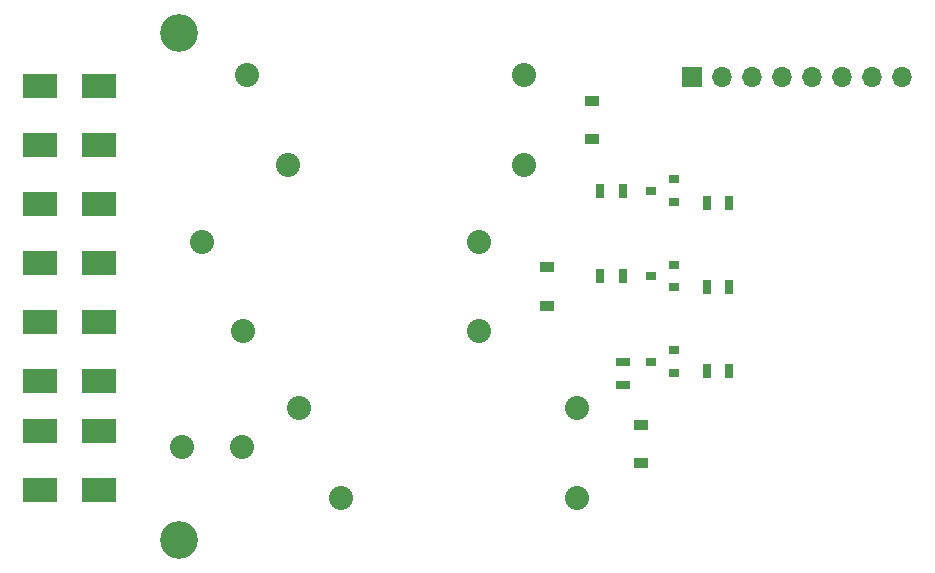
<source format=gts>
G04 #@! TF.FileFunction,Soldermask,Top*
%FSLAX46Y46*%
G04 Gerber Fmt 4.6, Leading zero omitted, Abs format (unit mm)*
G04 Created by KiCad (PCBNEW 4.0.2-4+6225~38~ubuntu14.04.1-stable) date Fri 27 Jan 2017 04:50:42 PM CET*
%MOMM*%
G01*
G04 APERTURE LIST*
%ADD10C,0.100000*%
%ADD11R,1.220000X0.910000*%
%ADD12R,0.900000X0.800000*%
%ADD13R,0.700000X1.300000*%
%ADD14R,1.300000X0.700000*%
%ADD15C,3.200000*%
%ADD16R,3.000000X2.000000*%
%ADD17R,1.700000X1.700000*%
%ADD18O,1.700000X1.700000*%
%ADD19C,2.032000*%
G04 APERTURE END LIST*
D10*
D11*
X88011000Y-68818000D03*
X88011000Y-65548000D03*
X84201000Y-82915000D03*
X84201000Y-79645000D03*
X92202000Y-96250000D03*
X92202000Y-92980000D03*
D12*
X94980000Y-74102000D03*
X94980000Y-72202000D03*
X92980000Y-73152000D03*
X94980000Y-81341000D03*
X94980000Y-79441000D03*
X92980000Y-80391000D03*
X94980000Y-88580000D03*
X94980000Y-86680000D03*
X92980000Y-87630000D03*
D13*
X97729000Y-74168000D03*
X99629000Y-74168000D03*
X97729000Y-81280000D03*
X99629000Y-81280000D03*
X97729000Y-88392000D03*
X99629000Y-88392000D03*
X88712000Y-73152000D03*
X90612000Y-73152000D03*
X88712000Y-80391000D03*
X90612000Y-80391000D03*
D14*
X90678000Y-89596000D03*
X90678000Y-87696000D03*
D15*
X53086000Y-59780000D03*
X53086000Y-102780000D03*
D16*
X41275000Y-93472000D03*
X41275000Y-98472000D03*
X46275000Y-98472000D03*
X46275000Y-93472000D03*
X41275000Y-64262000D03*
X41275000Y-69262000D03*
X41275000Y-74262000D03*
X41275000Y-79262000D03*
X41275000Y-84262000D03*
X41275000Y-89262000D03*
X46275000Y-89262000D03*
X46275000Y-84262000D03*
X46275000Y-79262000D03*
X46275000Y-74262000D03*
X46275000Y-69262000D03*
X46275000Y-64262000D03*
D17*
X96520000Y-63500000D03*
D18*
X99060000Y-63500000D03*
X101600000Y-63500000D03*
X104140000Y-63500000D03*
X106680000Y-63500000D03*
X109220000Y-63500000D03*
X111760000Y-63500000D03*
X114300000Y-63500000D03*
D19*
X82285000Y-63383000D03*
X82285000Y-70983000D03*
X62285000Y-70983000D03*
X58785000Y-63383000D03*
X78475000Y-77480000D03*
X78475000Y-85080000D03*
X58475000Y-85080000D03*
X54975000Y-77480000D03*
X86730000Y-91577000D03*
X86730000Y-99177000D03*
X66730000Y-99177000D03*
X63230000Y-91577000D03*
X53340000Y-94869000D03*
X58420000Y-94879160D03*
M02*

</source>
